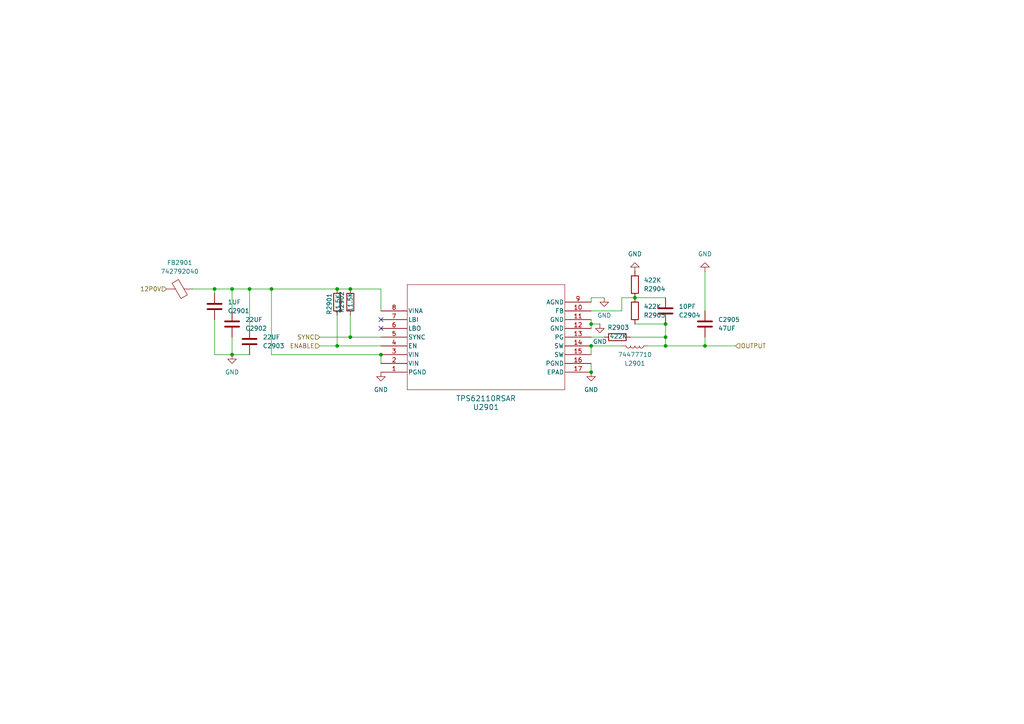
<source format=kicad_sch>
(kicad_sch (version 20231120) (generator "eeschema") (generator_version "8.0")
  (paper "A4")
  (lib_symbols
    (symbol "001_symbol:TPS62110RSAR" (pin_names (offset 0.254))
      (property "Reference" "U" (at 30.48 10.16 0))
      (property "Value" "TPS62110RSAR" (at 30.48 7.62 0))
      (symbol "TPS62110RSAR_0_1"
        (polyline (pts (xy 7.62 -25.4) (xy 53.34 -25.4)) (stroke (width 0.127)))
        (polyline (pts (xy 7.62 5.08) (xy 7.62 -25.4)) (stroke (width 0.127)))
        (polyline (pts (xy 53.34 -25.4) (xy 53.34 5.08)) (stroke (width 0.127)))
        (polyline (pts (xy 53.34 5.08) (xy 7.62 5.08)) (stroke (width 0.127)))
        (pin input line (at 0 0 0) (length 7.62) (name "PGND") (number "1"))
        (pin input line (at 60.96 -17.78 180) (length 7.62) (name "FB") (number "10"))
        (pin input line (at 60.96 -15.24 180) (length 7.62) (name "GND") (number "11"))
        (pin input line (at 60.96 -12.7 180) (length 7.62) (name "GND") (number "12"))
        (pin output line (at 60.96 -10.16 180) (length 7.62) (name "PG") (number "13"))
        (pin output line (at 60.96 -7.62 180) (length 7.62) (name "SW") (number "14"))
        (pin output line (at 60.96 -5.08 180) (length 7.62) (name "SW") (number "15"))
        (pin input line (at 60.96 -2.54 180) (length 7.62) (name "PGND") (number "16"))
        (pin unspecified line (at 60.96 0 180) (length 7.62) (name "EPAD") (number "17"))
        (pin input line (at 0 -2.54 0) (length 7.62) (name "VIN") (number "2"))
        (pin input line (at 0 -5.08 0) (length 7.62) (name "VIN") (number "3"))
        (pin input line (at 0 -7.62 0) (length 7.62) (name "EN") (number "4"))
        (pin input line (at 0 -10.16 0) (length 7.62) (name "SYNC") (number "5"))
        (pin output line (at 0 -12.7 0) (length 7.62) (name "LBO") (number "6"))
        (pin input line (at 0 -15.24 0) (length 7.62) (name "LBI") (number "7"))
        (pin input line (at 0 -17.78 0) (length 7.62) (name "VINA") (number "8"))
        (pin input line (at 60.96 -20.32 180) (length 7.62) (name "AGND") (number "9"))
      )
    )
    (symbol "Device:C" (pin_numbers hide) (pin_names (offset 0.254))
      (property "Reference" "C" (at 0.635 2.54 0))
      (property "Value" "C" (at 0.635 -2.54 0))
      (symbol "C_0_1"
        (polyline (pts (xy -2.032 -0.762) (xy 2.032 -0.762)) (stroke (width 0.508)))
        (polyline (pts (xy -2.032 0.762) (xy 2.032 0.762)) (stroke (width 0.508)))
      )
      (symbol "C_1_1"
        (pin passive line (at 0 3.81 270) (length 2.794) (name "~") (number "1"))
        (pin passive line (at 0 -3.81 90) (length 2.794) (name "~") (number "2"))
      )
    )
    (symbol "Device:FerriteBead" (pin_numbers hide) (pin_names (offset 0))
      (property "Reference" "FB" (at -3.81 0.635 90))
      (property "Value" "FerriteBead" (at 3.81 0 90))
      (symbol "FerriteBead_0_1"
        (polyline (pts (xy 0 -1.27) (xy 0 -1.2192)))
        (polyline (pts (xy 0 1.27) (xy 0 1.2954)))
        (polyline (pts (xy -2.7686 0.4064) (xy -1.7018 2.2606) (xy 2.7686 -0.3048) (xy 1.6764 -2.159) (xy -2.7686 0.4064)))
      )
      (symbol "FerriteBead_1_1"
        (pin passive line (at 0 3.81 270) (length 2.54) (name "~") (number "1"))
        (pin passive line (at 0 -3.81 90) (length 2.54) (name "~") (number "2"))
      )
    )
    (symbol "Device:L" (pin_numbers hide) (pin_names (offset 1.016) hide)
      (property "Reference" "L" (at -1.27 0 90))
      (property "Value" "L" (at 1.905 0 90))
      (symbol "L_0_1"
        (arc (start 0 -2.54) (mid 0.6323 -1.905) (end 0 -1.27))
        (arc (start 0 -1.27) (mid 0.6323 -0.635) (end 0 0))
        (arc (start 0 0) (mid 0.6323 0.635) (end 0 1.27))
        (arc (start 0 1.27) (mid 0.6323 1.905) (end 0 2.54))
      )
      (symbol "L_1_1"
        (pin passive line (at 0 3.81 270) (length 1.27) (name "1") (number "1"))
        (pin passive line (at 0 -3.81 90) (length 1.27) (name "2") (number "2"))
      )
    )
    (symbol "Device:R" (pin_numbers hide) (pin_names (offset 0))
      (property "Reference" "R" (at 2.032 0 90))
      (property "Value" "R" (at 0 0 90))
      (symbol "R_0_1"
        (rectangle (start -1.016 -2.54) (end 1.016 2.54) (stroke (width 0.254)))
      )
      (symbol "R_1_1"
        (pin passive line (at 0 3.81 270) (length 1.27) (name "~") (number "1"))
        (pin passive line (at 0 -3.81 90) (length 1.27) (name "~") (number "2"))
      )
    )
    (symbol "power:GND" (power) (pin_numbers hide) (pin_names (offset 0) hide)
      (property "Value" "GND" (at 0 -3.81 0))
      (symbol "GND_0_1"
        (polyline (pts (xy 0 0) (xy 0 -1.27) (xy 1.27 -1.27) (xy 0 -2.54) (xy -1.27 -1.27) (xy 0 -1.27)))
      )
      (symbol "GND_1_1"
        (pin power_in line (at 0 0 270) (length 0) (name "~") (number "1"))
      )
    )
  )
  (junction (at 97.79 100.33))
  (junction (at 204.47 100.33))
  (junction (at 184.15 86.36))
  (junction (at 171.45 107.95))
  (junction (at 110.49 102.87))
  (junction (at 171.45 100.33))
  (junction (at 193.04 93.98))
  (junction (at 101.6 97.79))
  (junction (at 78.74 83.82))
  (junction (at 193.04 100.33))
  (junction (at 97.79 83.82))
  (junction (at 72.39 83.82))
  (junction (at 193.04 97.79))
  (junction (at 67.31 83.82))
  (junction (at 67.31 102.87))
  (junction (at 101.6 83.82))
  (junction (at 171.45 93.98))
  (junction (at 62.23 83.82))
  (no_connect (at 110.49 95.25))
  (no_connect (at 110.49 92.71))
  (wire (pts (xy 101.6 83.82) (xy 110.49 83.82)))
  (wire (pts (xy 193.04 97.79) (xy 193.04 93.98)))
  (wire (pts (xy 78.74 83.82) (xy 97.79 83.82)))
  (wire (pts (xy 67.31 97.79) (xy 67.31 102.87)))
  (wire (pts (xy 171.45 90.17) (xy 180.34 90.17)))
  (wire (pts (xy 171.45 92.71) (xy 171.45 93.98)))
  (wire (pts (xy 171.45 93.98) (xy 171.45 95.25)))
  (wire (pts (xy 67.31 83.82) (xy 72.39 83.82)))
  (wire (pts (xy 110.49 105.41) (xy 110.49 102.87)))
  (wire (pts (xy 97.79 100.33) (xy 110.49 100.33)))
  (wire (pts (xy 171.45 105.41) (xy 171.45 107.95)))
  (wire (pts (xy 193.04 97.79) (xy 182.88 97.79)))
  (wire (pts (xy 92.71 97.79) (xy 101.6 97.79)))
  (wire (pts (xy 184.15 86.36) (xy 193.04 86.36)))
  (wire (pts (xy 110.49 90.17) (xy 110.49 83.82)))
  (wire (pts (xy 204.47 90.17) (xy 204.47 78.74)))
  (wire (pts (xy 171.45 87.63) (xy 171.45 86.36)))
  (wire (pts (xy 67.31 102.87) (xy 72.39 102.87)))
  (wire (pts (xy 171.45 93.98) (xy 173.99 93.98)))
  (wire (pts (xy 78.74 102.87) (xy 110.49 102.87)))
  (wire (pts (xy 204.47 100.33) (xy 204.47 97.79)))
  (wire (pts (xy 78.74 83.82) (xy 78.74 102.87)))
  (wire (pts (xy 180.34 90.17) (xy 180.34 86.36)))
  (wire (pts (xy 193.04 100.33) (xy 204.47 100.33)))
  (wire (pts (xy 180.34 86.36) (xy 184.15 86.36)))
  (wire (pts (xy 187.96 100.33) (xy 193.04 100.33)))
  (wire (pts (xy 204.47 100.33) (xy 213.36 100.33)))
  (wire (pts (xy 193.04 100.33) (xy 193.04 97.79)))
  (wire (pts (xy 62.23 83.82) (xy 62.23 85.09)))
  (wire (pts (xy 62.23 92.71) (xy 62.23 102.87)))
  (wire (pts (xy 101.6 91.44) (xy 101.6 97.79)))
  (wire (pts (xy 101.6 97.79) (xy 110.49 97.79)))
  (wire (pts (xy 171.45 100.33) (xy 180.34 100.33)))
  (wire (pts (xy 184.15 93.98) (xy 193.04 93.98)))
  (wire (pts (xy 97.79 83.82) (xy 101.6 83.82)))
  (wire (pts (xy 62.23 102.87) (xy 67.31 102.87)))
  (wire (pts (xy 171.45 102.87) (xy 171.45 100.33)))
  (wire (pts (xy 97.79 91.44) (xy 97.79 100.33)))
  (wire (pts (xy 171.45 97.79) (xy 175.26 97.79)))
  (wire (pts (xy 67.31 83.82) (xy 67.31 90.17)))
  (wire (pts (xy 171.45 86.36) (xy 175.26 86.36)))
  (wire (pts (xy 62.23 83.82) (xy 67.31 83.82)))
  (wire (pts (xy 72.39 83.82) (xy 78.74 83.82)))
  (wire (pts (xy 92.71 100.33) (xy 97.79 100.33)))
  (wire (pts (xy 72.39 83.82) (xy 72.39 95.25)))
  (wire (pts (xy 55.88 83.82) (xy 62.23 83.82)))
  (hierarchical_label "ENABLE" (shape input) (at 92.71 100.33 180))
  (hierarchical_label "12P0V" (shape input) (at 48.26 83.82 180))
  (hierarchical_label "SYNC" (shape input) (at 92.71 97.79 180))
  (hierarchical_label "OUTPUT" (shape input) (at 213.36 100.33 0))
  (symbol (lib_id "power:GND") (at 204.47 78.74 0) (mirror x) (unit 1)
    (property "Reference" "#PWR02906" (effects (hide yes)))
    (property "Value" "GND" (at 204.47 73.66 0))
    (property "Description" "Power symbol creates a global label with name \"GND\" , ground" (effects (hide yes)))
  )
  (symbol (lib_id "Device:C") (at 72.39 99.06 0) (mirror x) (unit 1)
    (property "Reference" "C2903" (at 76.2 100.3301 0) (effects (justify left)))
    (property "Value" "22UF" (at 76.2 97.7901 0) (effects (justify left)))
    (property "Footprint" "Capacitor_SMD:C_1206_3216Metric" (effects (hide yes)))
    (property "Description" "Unpolarized capacitor" (effects (hide yes)))
    (property "Vendor" "digikey:490-5527-1-ND" (effects (hide yes)))
  )
  (symbol (lib_id "power:GND") (at 67.31 102.87 0) (mirror y) (unit 1)
    (property "Reference" "#PWR02901" (effects (hide yes)))
    (property "Value" "GND" (at 67.31 107.95 0))
    (property "Description" "Power symbol creates a global label with name \"GND\" , ground" (effects (hide yes)))
  )
  (symbol (lib_id "Device:R") (at 179.07 97.79 90) (mirror x) (unit 1)
    (property "Reference" "R2903" (at 179.324 94.996 90))
    (property "Value" "422K" (at 179.324 97.536 90))
    (property "Footprint" "Resistor_SMD:R_0603_1608Metric" (effects (hide yes)))
    (property "Description" "Resistor" (effects (hide yes)))
    (property "Vendor" "digikey:311-422KHRCT-ND" (effects (hide yes)))
  )
  (symbol (lib_id "Device:L") (at 184.15 100.33 90) (mirror x) (unit 1)
    (property "Reference" "L2901" (at 184.15 105.41 90))
    (property "Value" "74477710" (at 184.15 102.87 90))
    (property "Footprint" "001_download:IND_7345-WE-PD_WRE" (effects (hide yes)))
    (property "Description" "Inductor" (effects (hide yes)))
    (property "Vendor" "digikey:732-1200-1-ND" (effects (hide yes)))
  )
  (symbol (lib_id "Device:C") (at 67.31 93.98 0) (mirror x) (unit 1)
    (property "Reference" "C2902" (at 71.12 95.2501 0) (effects (justify left)))
    (property "Value" "22UF" (at 71.12 92.7101 0) (effects (justify left)))
    (property "Footprint" "Capacitor_SMD:C_1206_3216Metric" (effects (hide yes)))
    (property "Description" "Unpolarized capacitor" (effects (hide yes)))
    (property "Vendor" "digikey:490-5527-1-ND" (effects (hide yes)))
  )
  (symbol (lib_id "Device:R") (at 97.79 87.63 0) (mirror x) (unit 1)
    (property "Reference" "R2901" (at 95.504 88.138 90))
    (property "Value" "11.5K" (at 98.044 88.138 90))
    (property "Footprint" "Resistor_SMD:R_0603_1608Metric" (effects (hide yes)))
    (property "Description" "Resistor" (effects (hide yes)))
    (property "Vendor" "digikey:311-11.5KHRCT-ND" (effects (hide yes)))
  )
  (symbol (lib_id "Device:C") (at 62.23 88.9 0) (mirror x) (unit 1)
    (property "Reference" "C2901" (at 66.04 90.1701 0) (effects (justify left)))
    (property "Value" "1UF" (at 66.04 87.6301 0) (effects (justify left)))
    (property "Footprint" "Capacitor_SMD:C_0603_1608Metric" (effects (hide yes)))
    (property "Description" "Unpolarized capacitor" (effects (hide yes)))
    (property "Vendor" "digikey:490-3897-1-ND" (effects (hide yes)))
  )
  (symbol (lib_id "Device:R") (at 184.15 90.17 0) (mirror x) (unit 1)
    (property "Reference" "R2905" (at 186.69 91.4401 0) (effects (justify left)))
    (property "Value" "422K" (at 186.69 88.9001 0) (effects (justify left)))
    (property "Footprint" "Resistor_SMD:R_0603_1608Metric" (effects (hide yes)))
    (property "Description" "Resistor" (effects (hide yes)))
    (property "Vendor" "digikey:311-422KHRCT-ND" (effects (hide yes)))
  )
  (symbol (lib_id "power:GND") (at 173.99 93.98 0) (mirror y) (unit 1)
    (property "Reference" "#PWR02903" (effects (hide yes)))
    (property "Value" "GND" (at 173.99 99.06 0))
    (property "Description" "Power symbol creates a global label with name \"GND\" , ground" (effects (hide yes)))
  )
  (symbol (lib_id "power:GND") (at 171.45 107.95 0) (mirror y) (unit 1)
    (property "Reference" "#PWR02902" (effects (hide yes)))
    (property "Value" "GND" (at 171.45 113.03 0))
    (property "Description" "Power symbol creates a global label with name \"GND\" , ground" (effects (hide yes)))
  )
  (symbol (lib_id "power:GND") (at 184.15 78.74 0) (mirror x) (unit 1)
    (property "Reference" "#PWR02905" (effects (hide yes)))
    (property "Value" "GND" (at 184.15 73.66 0))
    (property "Description" "Power symbol creates a global label with name \"GND\" , ground" (effects (hide yes)))
  )
  (symbol (lib_id "Device:R") (at 184.15 82.55 0) (mirror x) (unit 1)
    (property "Reference" "R2904" (at 186.69 83.8201 0) (effects (justify left)))
    (property "Value" "422K" (at 186.69 81.2801 0) (effects (justify left)))
    (property "Footprint" "Resistor_SMD:R_0603_1608Metric" (effects (hide yes)))
    (property "Description" "Resistor" (effects (hide yes)))
    (property "Vendor" "digikey:311-422KHRCT-ND" (effects (hide yes)))
  )
  (symbol (lib_id "Device:C") (at 193.04 90.17 0) (mirror x) (unit 1)
    (property "Reference" "C2904" (at 196.85 91.4401 0) (effects (justify left)))
    (property "Value" "10PF" (at 196.85 88.9001 0) (effects (justify left)))
    (property "Footprint" "Capacitor_SMD:C_0603_1608Metric" (effects (hide yes)))
    (property "Description" "Unpolarized capacitor" (effects (hide yes)))
    (property "Vendor" "digikey:490-1403-1-ND" (effects (hide yes)))
  )
  (symbol (lib_id "Device:FerriteBead") (at 52.07 83.82 270) (mirror x) (unit 1)
    (property "Reference" "FB2901" (at 52.1208 76.2 90))
    (property "Value" "742792040" (at 52.1208 78.74 90))
    (property "Footprint" "Inductor_SMD:L_0805_2012Metric" (effects (hide yes)))
    (property "Description" "Ferrite bead" (effects (hide yes)))
    (property "Vendor" "digikey:732-1620-1-ND" (effects (hide yes)))
  )
  (symbol (lib_id "power:GND") (at 175.26 86.36 0) (mirror y) (unit 1)
    (property "Reference" "#PWR02904" (effects (hide yes)))
    (property "Value" "GND" (at 175.26 91.4714 0))
    (property "Description" "Power symbol creates a global label with name \"GND\" , ground" (effects (hide yes)))
  )
  (symbol (lib_id "Device:R") (at 101.6 87.63 180) (unit 1)
    (property "Reference" "R2902" (at 99.06 87.63 90))
    (property "Value" "11.5K" (at 101.6 87.63 90))
    (property "Footprint" "Resistor_SMD:R_0603_1608Metric" (effects (hide yes)))
    (property "Description" "Resistor" (effects (hide yes)))
    (property "Vendor" "digikey:311-11.5KHRCT-ND" (effects (hide yes)))
  )
  (symbol (lib_id "power:GND") (at 110.49 107.95 0) (mirror y) (unit 1)
    (property "Reference" "#PWR02907" (effects (hide yes)))
    (property "Value" "GND" (at 110.49 113.03 0))
    (property "Description" "Power symbol creates a global label with name \"GND\" , ground" (effects (hide yes)))
  )
  (symbol (lib_id "001_symbol:TPS62110RSAR") (at 110.49 107.95 0) (mirror x) (unit 1)
    (property "Reference" "U2901" (at 140.97 118.11 0) (effects (font (size 1.524 1.524))))
    (property "Value" "TPS62110RSAR" (at 140.97 115.57 0) (effects (font (size 1.524 1.524))))
    (property "Footprint" "001_download:QFN65P400X400X100-17N" (effects (hide yes)))
    (property "Datasheet" "TPS62110RSAR" (effects (hide yes)))
    (property "Vendor" "digikey:296-24839-1-ND" (effects (hide yes)))
  )
  (symbol (lib_id "Device:C") (at 204.47 93.98 0) (mirror y) (unit 1)
    (property "Reference" "C2905" (at 208.28 92.7099 0) (effects (justify right)))
    (property "Value" "47UF" (at 208.28 95.2499 0) (effects (justify right)))
    (property "Footprint" "Capacitor_SMD:C_1206_3216Metric" (effects (hide yes)))
    (property "Description" "Unpolarized capacitor" (effects (hide yes)))
    (property "Vendor" "digikey:490-5528-1-ND" (effects (hide yes)))
  )
)
</source>
